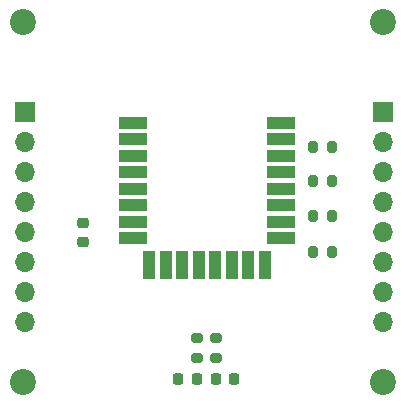
<source format=gbr>
%TF.GenerationSoftware,KiCad,Pcbnew,(6.0.7-1)-1*%
%TF.CreationDate,2023-02-09T22:12:40-08:00*%
%TF.ProjectId,MiniProject,4d696e69-5072-46f6-9a65-63742e6b6963,rev?*%
%TF.SameCoordinates,Original*%
%TF.FileFunction,Soldermask,Top*%
%TF.FilePolarity,Negative*%
%FSLAX46Y46*%
G04 Gerber Fmt 4.6, Leading zero omitted, Abs format (unit mm)*
G04 Created by KiCad (PCBNEW (6.0.7-1)-1) date 2023-02-09 22:12:40*
%MOMM*%
%LPD*%
G01*
G04 APERTURE LIST*
G04 Aperture macros list*
%AMRoundRect*
0 Rectangle with rounded corners*
0 $1 Rounding radius*
0 $2 $3 $4 $5 $6 $7 $8 $9 X,Y pos of 4 corners*
0 Add a 4 corners polygon primitive as box body*
4,1,4,$2,$3,$4,$5,$6,$7,$8,$9,$2,$3,0*
0 Add four circle primitives for the rounded corners*
1,1,$1+$1,$2,$3*
1,1,$1+$1,$4,$5*
1,1,$1+$1,$6,$7*
1,1,$1+$1,$8,$9*
0 Add four rect primitives between the rounded corners*
20,1,$1+$1,$2,$3,$4,$5,0*
20,1,$1+$1,$4,$5,$6,$7,0*
20,1,$1+$1,$6,$7,$8,$9,0*
20,1,$1+$1,$8,$9,$2,$3,0*%
G04 Aperture macros list end*
%ADD10C,2.200000*%
%ADD11RoundRect,0.218750X-0.218750X-0.256250X0.218750X-0.256250X0.218750X0.256250X-0.218750X0.256250X0*%
%ADD12RoundRect,0.200000X-0.200000X-0.275000X0.200000X-0.275000X0.200000X0.275000X-0.200000X0.275000X0*%
%ADD13R,2.450000X1.000000*%
%ADD14R,1.000000X2.450000*%
%ADD15RoundRect,0.225000X-0.250000X0.225000X-0.250000X-0.225000X0.250000X-0.225000X0.250000X0.225000X0*%
%ADD16RoundRect,0.218750X0.218750X0.256250X-0.218750X0.256250X-0.218750X-0.256250X0.218750X-0.256250X0*%
%ADD17R,1.700000X1.700000*%
%ADD18O,1.700000X1.700000*%
%ADD19RoundRect,0.200000X0.275000X-0.200000X0.275000X0.200000X-0.275000X0.200000X-0.275000X-0.200000X0*%
G04 APERTURE END LIST*
D10*
%TO.C,M2*%
X175260000Y-91440000D03*
%TD*%
D11*
%TO.C,BLUE1*%
X157962500Y-121666000D03*
X159537500Y-121666000D03*
%TD*%
D12*
%TO.C,R4*%
X169355000Y-101981000D03*
X171005000Y-101981000D03*
%TD*%
D10*
%TO.C,M2*%
X144780000Y-91440000D03*
%TD*%
D13*
%TO.C,U1*%
X154100000Y-99920000D03*
X154100000Y-101320000D03*
X154100000Y-102720000D03*
X154100000Y-104120000D03*
X154100000Y-105520000D03*
X154100000Y-106920000D03*
X154100000Y-108320000D03*
X154100000Y-109720000D03*
D14*
X155495000Y-112015000D03*
X156895000Y-112015000D03*
X158295000Y-112015000D03*
X159695000Y-112015000D03*
X161095000Y-112015000D03*
X162495000Y-112015000D03*
X163895000Y-112015000D03*
X165295000Y-112015000D03*
D13*
X166690000Y-109720000D03*
X166690000Y-108320000D03*
X166690000Y-106920000D03*
X166690000Y-105520000D03*
X166690000Y-104120000D03*
X166690000Y-102720000D03*
X166690000Y-101320000D03*
X166690000Y-99920000D03*
%TD*%
D10*
%TO.C,M2*%
X175260000Y-121920000D03*
%TD*%
D15*
%TO.C,C1*%
X149860000Y-108445000D03*
X149860000Y-109995000D03*
%TD*%
D16*
%TO.C,ORNG1*%
X162712500Y-121666000D03*
X161137500Y-121666000D03*
%TD*%
D10*
%TO.C,M2*%
X144780000Y-121920000D03*
%TD*%
D17*
%TO.C,J1*%
X175260000Y-99060000D03*
D18*
X175260000Y-101600000D03*
X175260000Y-104140000D03*
X175260000Y-106680000D03*
X175260000Y-109220000D03*
X175260000Y-111760000D03*
X175260000Y-114300000D03*
X175260000Y-116840000D03*
%TD*%
D19*
%TO.C,R1*%
X159512000Y-119825000D03*
X159512000Y-118175000D03*
%TD*%
D17*
%TO.C,J0*%
X145000000Y-99060000D03*
D18*
X145000000Y-101600000D03*
X145000000Y-104140000D03*
X145000000Y-106680000D03*
X145000000Y-109220000D03*
X145000000Y-111760000D03*
X145000000Y-114300000D03*
X145000000Y-116840000D03*
%TD*%
D19*
%TO.C,R2*%
X161163000Y-119825000D03*
X161163000Y-118175000D03*
%TD*%
D12*
%TO.C,R5*%
X169355000Y-104902000D03*
X171005000Y-104902000D03*
%TD*%
%TO.C,R6*%
X169355000Y-107823000D03*
X171005000Y-107823000D03*
%TD*%
%TO.C,R3*%
X169355000Y-110871000D03*
X171005000Y-110871000D03*
%TD*%
M02*

</source>
